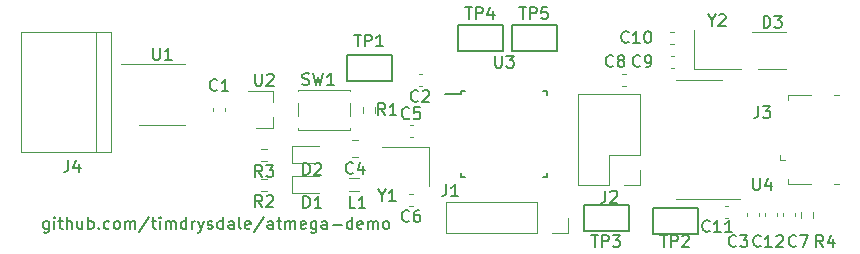
<source format=gto>
G04 #@! TF.GenerationSoftware,KiCad,Pcbnew,5.1.12-84ad8e8a86~92~ubuntu20.04.1*
G04 #@! TF.CreationDate,2021-11-23T01:14:47+00:00*
G04 #@! TF.ProjectId,atmega-demo,61746d65-6761-42d6-9465-6d6f2e6b6963,rev?*
G04 #@! TF.SameCoordinates,Original*
G04 #@! TF.FileFunction,Legend,Top*
G04 #@! TF.FilePolarity,Positive*
%FSLAX46Y46*%
G04 Gerber Fmt 4.6, Leading zero omitted, Abs format (unit mm)*
G04 Created by KiCad (PCBNEW 5.1.12-84ad8e8a86~92~ubuntu20.04.1) date 2021-11-23 01:14:47*
%MOMM*%
%LPD*%
G01*
G04 APERTURE LIST*
%ADD10C,0.150000*%
%ADD11C,0.120000*%
%ADD12C,3.000000*%
%ADD13R,3.000000X3.000000*%
%ADD14R,0.900000X0.800000*%
%ADD15O,1.700000X1.700000*%
%ADD16R,1.700000X1.700000*%
%ADD17R,1.400000X1.200000*%
%ADD18R,3.400000X1.800000*%
%ADD19O,1.550000X0.890000*%
%ADD20R,1.550000X1.200000*%
%ADD21R,1.550000X1.500000*%
%ADD22O,0.950000X1.250000*%
%ADD23R,1.350000X0.400000*%
%ADD24R,1.400000X1.000000*%
%ADD25R,0.550000X1.600000*%
%ADD26R,1.600000X0.550000*%
%ADD27R,1.050000X0.650000*%
G04 APERTURE END LIST*
D10*
X146337523Y-88431714D02*
X146337523Y-89241238D01*
X146289904Y-89336476D01*
X146242285Y-89384095D01*
X146147047Y-89431714D01*
X146004190Y-89431714D01*
X145908952Y-89384095D01*
X146337523Y-89050761D02*
X146242285Y-89098380D01*
X146051809Y-89098380D01*
X145956571Y-89050761D01*
X145908952Y-89003142D01*
X145861333Y-88907904D01*
X145861333Y-88622190D01*
X145908952Y-88526952D01*
X145956571Y-88479333D01*
X146051809Y-88431714D01*
X146242285Y-88431714D01*
X146337523Y-88479333D01*
X146813714Y-89098380D02*
X146813714Y-88431714D01*
X146813714Y-88098380D02*
X146766095Y-88146000D01*
X146813714Y-88193619D01*
X146861333Y-88146000D01*
X146813714Y-88098380D01*
X146813714Y-88193619D01*
X147147047Y-88431714D02*
X147528000Y-88431714D01*
X147289904Y-88098380D02*
X147289904Y-88955523D01*
X147337523Y-89050761D01*
X147432761Y-89098380D01*
X147528000Y-89098380D01*
X147861333Y-89098380D02*
X147861333Y-88098380D01*
X148289904Y-89098380D02*
X148289904Y-88574571D01*
X148242285Y-88479333D01*
X148147047Y-88431714D01*
X148004190Y-88431714D01*
X147908952Y-88479333D01*
X147861333Y-88526952D01*
X149194666Y-88431714D02*
X149194666Y-89098380D01*
X148766095Y-88431714D02*
X148766095Y-88955523D01*
X148813714Y-89050761D01*
X148908952Y-89098380D01*
X149051809Y-89098380D01*
X149147047Y-89050761D01*
X149194666Y-89003142D01*
X149670857Y-89098380D02*
X149670857Y-88098380D01*
X149670857Y-88479333D02*
X149766095Y-88431714D01*
X149956571Y-88431714D01*
X150051809Y-88479333D01*
X150099428Y-88526952D01*
X150147047Y-88622190D01*
X150147047Y-88907904D01*
X150099428Y-89003142D01*
X150051809Y-89050761D01*
X149956571Y-89098380D01*
X149766095Y-89098380D01*
X149670857Y-89050761D01*
X150575619Y-89003142D02*
X150623238Y-89050761D01*
X150575619Y-89098380D01*
X150528000Y-89050761D01*
X150575619Y-89003142D01*
X150575619Y-89098380D01*
X151480380Y-89050761D02*
X151385142Y-89098380D01*
X151194666Y-89098380D01*
X151099428Y-89050761D01*
X151051809Y-89003142D01*
X151004190Y-88907904D01*
X151004190Y-88622190D01*
X151051809Y-88526952D01*
X151099428Y-88479333D01*
X151194666Y-88431714D01*
X151385142Y-88431714D01*
X151480380Y-88479333D01*
X152051809Y-89098380D02*
X151956571Y-89050761D01*
X151908952Y-89003142D01*
X151861333Y-88907904D01*
X151861333Y-88622190D01*
X151908952Y-88526952D01*
X151956571Y-88479333D01*
X152051809Y-88431714D01*
X152194666Y-88431714D01*
X152289904Y-88479333D01*
X152337523Y-88526952D01*
X152385142Y-88622190D01*
X152385142Y-88907904D01*
X152337523Y-89003142D01*
X152289904Y-89050761D01*
X152194666Y-89098380D01*
X152051809Y-89098380D01*
X152813714Y-89098380D02*
X152813714Y-88431714D01*
X152813714Y-88526952D02*
X152861333Y-88479333D01*
X152956571Y-88431714D01*
X153099428Y-88431714D01*
X153194666Y-88479333D01*
X153242285Y-88574571D01*
X153242285Y-89098380D01*
X153242285Y-88574571D02*
X153289904Y-88479333D01*
X153385142Y-88431714D01*
X153528000Y-88431714D01*
X153623238Y-88479333D01*
X153670857Y-88574571D01*
X153670857Y-89098380D01*
X154861333Y-88050761D02*
X154004190Y-89336476D01*
X155051809Y-88431714D02*
X155432761Y-88431714D01*
X155194666Y-88098380D02*
X155194666Y-88955523D01*
X155242285Y-89050761D01*
X155337523Y-89098380D01*
X155432761Y-89098380D01*
X155766095Y-89098380D02*
X155766095Y-88431714D01*
X155766095Y-88098380D02*
X155718476Y-88146000D01*
X155766095Y-88193619D01*
X155813714Y-88146000D01*
X155766095Y-88098380D01*
X155766095Y-88193619D01*
X156242285Y-89098380D02*
X156242285Y-88431714D01*
X156242285Y-88526952D02*
X156289904Y-88479333D01*
X156385142Y-88431714D01*
X156528000Y-88431714D01*
X156623238Y-88479333D01*
X156670857Y-88574571D01*
X156670857Y-89098380D01*
X156670857Y-88574571D02*
X156718476Y-88479333D01*
X156813714Y-88431714D01*
X156956571Y-88431714D01*
X157051809Y-88479333D01*
X157099428Y-88574571D01*
X157099428Y-89098380D01*
X158004190Y-89098380D02*
X158004190Y-88098380D01*
X158004190Y-89050761D02*
X157908952Y-89098380D01*
X157718476Y-89098380D01*
X157623238Y-89050761D01*
X157575619Y-89003142D01*
X157528000Y-88907904D01*
X157528000Y-88622190D01*
X157575619Y-88526952D01*
X157623238Y-88479333D01*
X157718476Y-88431714D01*
X157908952Y-88431714D01*
X158004190Y-88479333D01*
X158480380Y-89098380D02*
X158480380Y-88431714D01*
X158480380Y-88622190D02*
X158528000Y-88526952D01*
X158575619Y-88479333D01*
X158670857Y-88431714D01*
X158766095Y-88431714D01*
X159004190Y-88431714D02*
X159242285Y-89098380D01*
X159480380Y-88431714D02*
X159242285Y-89098380D01*
X159147047Y-89336476D01*
X159099428Y-89384095D01*
X159004190Y-89431714D01*
X159813714Y-89050761D02*
X159908952Y-89098380D01*
X160099428Y-89098380D01*
X160194666Y-89050761D01*
X160242285Y-88955523D01*
X160242285Y-88907904D01*
X160194666Y-88812666D01*
X160099428Y-88765047D01*
X159956571Y-88765047D01*
X159861333Y-88717428D01*
X159813714Y-88622190D01*
X159813714Y-88574571D01*
X159861333Y-88479333D01*
X159956571Y-88431714D01*
X160099428Y-88431714D01*
X160194666Y-88479333D01*
X161099428Y-89098380D02*
X161099428Y-88098380D01*
X161099428Y-89050761D02*
X161004190Y-89098380D01*
X160813714Y-89098380D01*
X160718476Y-89050761D01*
X160670857Y-89003142D01*
X160623238Y-88907904D01*
X160623238Y-88622190D01*
X160670857Y-88526952D01*
X160718476Y-88479333D01*
X160813714Y-88431714D01*
X161004190Y-88431714D01*
X161099428Y-88479333D01*
X162004190Y-89098380D02*
X162004190Y-88574571D01*
X161956571Y-88479333D01*
X161861333Y-88431714D01*
X161670857Y-88431714D01*
X161575619Y-88479333D01*
X162004190Y-89050761D02*
X161908952Y-89098380D01*
X161670857Y-89098380D01*
X161575619Y-89050761D01*
X161528000Y-88955523D01*
X161528000Y-88860285D01*
X161575619Y-88765047D01*
X161670857Y-88717428D01*
X161908952Y-88717428D01*
X162004190Y-88669809D01*
X162623238Y-89098380D02*
X162528000Y-89050761D01*
X162480380Y-88955523D01*
X162480380Y-88098380D01*
X163385142Y-89050761D02*
X163289904Y-89098380D01*
X163099428Y-89098380D01*
X163004190Y-89050761D01*
X162956571Y-88955523D01*
X162956571Y-88574571D01*
X163004190Y-88479333D01*
X163099428Y-88431714D01*
X163289904Y-88431714D01*
X163385142Y-88479333D01*
X163432761Y-88574571D01*
X163432761Y-88669809D01*
X162956571Y-88765047D01*
X164575619Y-88050761D02*
X163718476Y-89336476D01*
X165337523Y-89098380D02*
X165337523Y-88574571D01*
X165289904Y-88479333D01*
X165194666Y-88431714D01*
X165004190Y-88431714D01*
X164908952Y-88479333D01*
X165337523Y-89050761D02*
X165242285Y-89098380D01*
X165004190Y-89098380D01*
X164908952Y-89050761D01*
X164861333Y-88955523D01*
X164861333Y-88860285D01*
X164908952Y-88765047D01*
X165004190Y-88717428D01*
X165242285Y-88717428D01*
X165337523Y-88669809D01*
X165670857Y-88431714D02*
X166051809Y-88431714D01*
X165813714Y-88098380D02*
X165813714Y-88955523D01*
X165861333Y-89050761D01*
X165956571Y-89098380D01*
X166051809Y-89098380D01*
X166385142Y-89098380D02*
X166385142Y-88431714D01*
X166385142Y-88526952D02*
X166432761Y-88479333D01*
X166528000Y-88431714D01*
X166670857Y-88431714D01*
X166766095Y-88479333D01*
X166813714Y-88574571D01*
X166813714Y-89098380D01*
X166813714Y-88574571D02*
X166861333Y-88479333D01*
X166956571Y-88431714D01*
X167099428Y-88431714D01*
X167194666Y-88479333D01*
X167242285Y-88574571D01*
X167242285Y-89098380D01*
X168099428Y-89050761D02*
X168004190Y-89098380D01*
X167813714Y-89098380D01*
X167718476Y-89050761D01*
X167670857Y-88955523D01*
X167670857Y-88574571D01*
X167718476Y-88479333D01*
X167813714Y-88431714D01*
X168004190Y-88431714D01*
X168099428Y-88479333D01*
X168147047Y-88574571D01*
X168147047Y-88669809D01*
X167670857Y-88765047D01*
X169004190Y-88431714D02*
X169004190Y-89241238D01*
X168956571Y-89336476D01*
X168908952Y-89384095D01*
X168813714Y-89431714D01*
X168670857Y-89431714D01*
X168575619Y-89384095D01*
X169004190Y-89050761D02*
X168908952Y-89098380D01*
X168718476Y-89098380D01*
X168623238Y-89050761D01*
X168575619Y-89003142D01*
X168528000Y-88907904D01*
X168528000Y-88622190D01*
X168575619Y-88526952D01*
X168623238Y-88479333D01*
X168718476Y-88431714D01*
X168908952Y-88431714D01*
X169004190Y-88479333D01*
X169908952Y-89098380D02*
X169908952Y-88574571D01*
X169861333Y-88479333D01*
X169766095Y-88431714D01*
X169575619Y-88431714D01*
X169480380Y-88479333D01*
X169908952Y-89050761D02*
X169813714Y-89098380D01*
X169575619Y-89098380D01*
X169480380Y-89050761D01*
X169432761Y-88955523D01*
X169432761Y-88860285D01*
X169480380Y-88765047D01*
X169575619Y-88717428D01*
X169813714Y-88717428D01*
X169908952Y-88669809D01*
X170385142Y-88717428D02*
X171147047Y-88717428D01*
X172051809Y-89098380D02*
X172051809Y-88098380D01*
X172051809Y-89050761D02*
X171956571Y-89098380D01*
X171766095Y-89098380D01*
X171670857Y-89050761D01*
X171623238Y-89003142D01*
X171575619Y-88907904D01*
X171575619Y-88622190D01*
X171623238Y-88526952D01*
X171670857Y-88479333D01*
X171766095Y-88431714D01*
X171956571Y-88431714D01*
X172051809Y-88479333D01*
X172908952Y-89050761D02*
X172813714Y-89098380D01*
X172623238Y-89098380D01*
X172528000Y-89050761D01*
X172480380Y-88955523D01*
X172480380Y-88574571D01*
X172528000Y-88479333D01*
X172623238Y-88431714D01*
X172813714Y-88431714D01*
X172908952Y-88479333D01*
X172956571Y-88574571D01*
X172956571Y-88669809D01*
X172480380Y-88765047D01*
X173385142Y-89098380D02*
X173385142Y-88431714D01*
X173385142Y-88526952D02*
X173432761Y-88479333D01*
X173528000Y-88431714D01*
X173670857Y-88431714D01*
X173766095Y-88479333D01*
X173813714Y-88574571D01*
X173813714Y-89098380D01*
X173813714Y-88574571D02*
X173861333Y-88479333D01*
X173956571Y-88431714D01*
X174099428Y-88431714D01*
X174194666Y-88479333D01*
X174242285Y-88574571D01*
X174242285Y-89098380D01*
X174861333Y-89098380D02*
X174766095Y-89050761D01*
X174718476Y-89003142D01*
X174670857Y-88907904D01*
X174670857Y-88622190D01*
X174718476Y-88526952D01*
X174766095Y-88479333D01*
X174861333Y-88431714D01*
X175004190Y-88431714D01*
X175099428Y-88479333D01*
X175147047Y-88526952D01*
X175194666Y-88622190D01*
X175194666Y-88907904D01*
X175147047Y-89003142D01*
X175099428Y-89050761D01*
X175004190Y-89098380D01*
X174861333Y-89098380D01*
D11*
G04 #@! TO.C,C5*
X176897420Y-80262000D02*
X177178580Y-80262000D01*
X176897420Y-81282000D02*
X177178580Y-81282000D01*
G04 #@! TO.C,J4*
X150368000Y-72390000D02*
X150368000Y-82550000D01*
X151638000Y-72390000D02*
X144018000Y-72390000D01*
X144018000Y-72390000D02*
X144018000Y-82550000D01*
X144018000Y-82550000D02*
X151638000Y-82550000D01*
X151638000Y-82550000D02*
X151638000Y-72390000D01*
G04 #@! TO.C,U2*
X165352000Y-80574000D02*
X165352000Y-79644000D01*
X165352000Y-77414000D02*
X165352000Y-78344000D01*
X165352000Y-77414000D02*
X163192000Y-77414000D01*
X165352000Y-80574000D02*
X163892000Y-80574000D01*
G04 #@! TO.C,R3*
X164829258Y-83326500D02*
X164354742Y-83326500D01*
X164829258Y-82281500D02*
X164354742Y-82281500D01*
G04 #@! TO.C,R2*
X164829258Y-85866500D02*
X164354742Y-85866500D01*
X164829258Y-84821500D02*
X164354742Y-84821500D01*
G04 #@! TO.C,J1*
X187706000Y-86808000D02*
X187706000Y-89468000D01*
X187706000Y-86808000D02*
X180026000Y-86808000D01*
X180026000Y-86808000D02*
X180026000Y-89468000D01*
X187706000Y-89468000D02*
X180026000Y-89468000D01*
X190306000Y-89468000D02*
X188976000Y-89468000D01*
X190306000Y-88138000D02*
X190306000Y-89468000D01*
G04 #@! TO.C,D2*
X169202000Y-82069000D02*
X166917000Y-82069000D01*
X166917000Y-82069000D02*
X166917000Y-83539000D01*
X166917000Y-83539000D02*
X169202000Y-83539000D01*
G04 #@! TO.C,D1*
X169202000Y-84609000D02*
X166917000Y-84609000D01*
X166917000Y-84609000D02*
X166917000Y-86079000D01*
X166917000Y-86079000D02*
X169202000Y-86079000D01*
G04 #@! TO.C,Y2*
X200946000Y-72264000D02*
X200946000Y-75564000D01*
X200946000Y-75564000D02*
X204946000Y-75564000D01*
G04 #@! TO.C,Y1*
X178530000Y-85470000D02*
X178530000Y-82170000D01*
X178530000Y-82170000D02*
X174530000Y-82170000D01*
G04 #@! TO.C,U1*
X155956000Y-80284000D02*
X157906000Y-80284000D01*
X155956000Y-80284000D02*
X154006000Y-80284000D01*
X155956000Y-75164000D02*
X157906000Y-75164000D01*
X155956000Y-75164000D02*
X152506000Y-75164000D01*
D10*
G04 #@! TO.C,TP2*
X197490000Y-87292000D02*
X201290000Y-87292000D01*
X201290000Y-87292000D02*
X201290000Y-89492000D01*
X201290000Y-89492000D02*
X197490000Y-89492000D01*
X197490000Y-89492000D02*
X197490000Y-87292000D01*
G04 #@! TO.C,TP3*
X191648000Y-87038000D02*
X195448000Y-87038000D01*
X195448000Y-87038000D02*
X195448000Y-89238000D01*
X195448000Y-89238000D02*
X191648000Y-89238000D01*
X191648000Y-89238000D02*
X191648000Y-87038000D01*
G04 #@! TO.C,TP1*
X171582000Y-74338000D02*
X175382000Y-74338000D01*
X175382000Y-74338000D02*
X175382000Y-76538000D01*
X175382000Y-76538000D02*
X171582000Y-76538000D01*
X171582000Y-76538000D02*
X171582000Y-74338000D01*
G04 #@! TO.C,TP5*
X185552000Y-71798000D02*
X189352000Y-71798000D01*
X189352000Y-71798000D02*
X189352000Y-73998000D01*
X189352000Y-73998000D02*
X185552000Y-73998000D01*
X185552000Y-73998000D02*
X185552000Y-71798000D01*
G04 #@! TO.C,TP4*
X180980000Y-71798000D02*
X184780000Y-71798000D01*
X184780000Y-71798000D02*
X184780000Y-73998000D01*
X184780000Y-73998000D02*
X180980000Y-73998000D01*
X180980000Y-73998000D02*
X180980000Y-71798000D01*
D11*
G04 #@! TO.C,R4*
X210043500Y-88121258D02*
X210043500Y-87646742D01*
X211088500Y-88121258D02*
X211088500Y-87646742D01*
G04 #@! TO.C,J3*
X208676000Y-83294000D02*
X208226000Y-83294000D01*
X208226000Y-82844000D02*
X208226000Y-83294000D01*
X208906000Y-85294000D02*
X208906000Y-84874000D01*
X210886000Y-85294000D02*
X208906000Y-85294000D01*
X213256000Y-85294000D02*
X212856000Y-85294000D01*
X212856000Y-77774000D02*
X213256000Y-77774000D01*
X208906000Y-77774000D02*
X208906000Y-78194000D01*
X210886000Y-77774000D02*
X208906000Y-77774000D01*
G04 #@! TO.C,D3*
X206402000Y-75530000D02*
X208802000Y-75530000D01*
X208802000Y-72430000D02*
X205852000Y-72430000D01*
G04 #@! TO.C,C1*
X160272000Y-79134580D02*
X160272000Y-78853420D01*
X161292000Y-79134580D02*
X161292000Y-78853420D01*
G04 #@! TO.C,C2*
X177940580Y-76964000D02*
X177659420Y-76964000D01*
X177940580Y-75944000D02*
X177659420Y-75944000D01*
G04 #@! TO.C,C7*
X208532000Y-88024580D02*
X208532000Y-87743420D01*
X209552000Y-88024580D02*
X209552000Y-87743420D01*
G04 #@! TO.C,C8*
X195199580Y-76964000D02*
X194918420Y-76964000D01*
X195199580Y-75944000D02*
X194918420Y-75944000D01*
G04 #@! TO.C,C3*
X206504000Y-87743420D02*
X206504000Y-88024580D01*
X205484000Y-87743420D02*
X205484000Y-88024580D01*
G04 #@! TO.C,C11*
X203567420Y-87120000D02*
X203848580Y-87120000D01*
X203567420Y-88140000D02*
X203848580Y-88140000D01*
G04 #@! TO.C,C12*
X208028000Y-87743420D02*
X208028000Y-88024580D01*
X207008000Y-87743420D02*
X207008000Y-88024580D01*
G04 #@! TO.C,C10*
X199263580Y-73408000D02*
X198982420Y-73408000D01*
X199263580Y-72388000D02*
X198982420Y-72388000D01*
G04 #@! TO.C,R1*
X172959500Y-79231258D02*
X172959500Y-78756742D01*
X174004500Y-79231258D02*
X174004500Y-78756742D01*
G04 #@! TO.C,C9*
X199276580Y-75440000D02*
X198995420Y-75440000D01*
X199276580Y-74420000D02*
X198995420Y-74420000D01*
G04 #@! TO.C,C6*
X177165580Y-87124000D02*
X176884420Y-87124000D01*
X177165580Y-86104000D02*
X176884420Y-86104000D01*
G04 #@! TO.C,U4*
X201422000Y-76474000D02*
X199472000Y-76474000D01*
X201422000Y-76474000D02*
X203372000Y-76474000D01*
X201422000Y-86594000D02*
X199472000Y-86594000D01*
X201422000Y-86594000D02*
X204872000Y-86594000D01*
G04 #@! TO.C,J2*
X196402000Y-77664000D02*
X191202000Y-77664000D01*
X196402000Y-82804000D02*
X196402000Y-77664000D01*
X191202000Y-85404000D02*
X191202000Y-77664000D01*
X196402000Y-82804000D02*
X193802000Y-82804000D01*
X193802000Y-82804000D02*
X193802000Y-85404000D01*
X193802000Y-85404000D02*
X191202000Y-85404000D01*
X196402000Y-84074000D02*
X196402000Y-85404000D01*
X196402000Y-85404000D02*
X195072000Y-85404000D01*
D10*
G04 #@! TO.C,U3*
X181287000Y-77401000D02*
X181287000Y-77626000D01*
X188537000Y-77401000D02*
X188537000Y-77726000D01*
X188537000Y-84651000D02*
X188537000Y-84326000D01*
X181287000Y-84651000D02*
X181287000Y-84326000D01*
X181287000Y-77401000D02*
X181612000Y-77401000D01*
X181287000Y-84651000D02*
X181612000Y-84651000D01*
X188537000Y-84651000D02*
X188212000Y-84651000D01*
X188537000Y-77401000D02*
X188212000Y-77401000D01*
X181287000Y-77626000D02*
X179862000Y-77626000D01*
D11*
G04 #@! TO.C,SW1*
X167472000Y-80574000D02*
X167472000Y-80694000D01*
X167472000Y-78424000D02*
X167472000Y-79564000D01*
X167472000Y-77294000D02*
X167472000Y-77414000D01*
X171872000Y-77294000D02*
X167472000Y-77294000D01*
X171872000Y-77414000D02*
X171872000Y-77294000D01*
X171872000Y-79564000D02*
X171872000Y-78424000D01*
X171872000Y-80694000D02*
X171872000Y-80574000D01*
X167472000Y-80694000D02*
X171872000Y-80694000D01*
G04 #@! TO.C,L1*
X171812378Y-84784000D02*
X172611622Y-84784000D01*
X171812378Y-85904000D02*
X172611622Y-85904000D01*
G04 #@! TO.C,C4*
X172539252Y-83031000D02*
X172016748Y-83031000D01*
X172539252Y-81561000D02*
X172016748Y-81561000D01*
G04 #@! TO.C,C5*
D10*
X176871333Y-79699142D02*
X176823714Y-79746761D01*
X176680857Y-79794380D01*
X176585619Y-79794380D01*
X176442761Y-79746761D01*
X176347523Y-79651523D01*
X176299904Y-79556285D01*
X176252285Y-79365809D01*
X176252285Y-79222952D01*
X176299904Y-79032476D01*
X176347523Y-78937238D01*
X176442761Y-78842000D01*
X176585619Y-78794380D01*
X176680857Y-78794380D01*
X176823714Y-78842000D01*
X176871333Y-78889619D01*
X177776095Y-78794380D02*
X177299904Y-78794380D01*
X177252285Y-79270571D01*
X177299904Y-79222952D01*
X177395142Y-79175333D01*
X177633238Y-79175333D01*
X177728476Y-79222952D01*
X177776095Y-79270571D01*
X177823714Y-79365809D01*
X177823714Y-79603904D01*
X177776095Y-79699142D01*
X177728476Y-79746761D01*
X177633238Y-79794380D01*
X177395142Y-79794380D01*
X177299904Y-79746761D01*
X177252285Y-79699142D01*
G04 #@! TO.C,J4*
X148002666Y-83272380D02*
X148002666Y-83986666D01*
X147955047Y-84129523D01*
X147859809Y-84224761D01*
X147716952Y-84272380D01*
X147621714Y-84272380D01*
X148907428Y-83605714D02*
X148907428Y-84272380D01*
X148669333Y-83224761D02*
X148431238Y-83939047D01*
X149050285Y-83939047D01*
G04 #@! TO.C,U2*
X163830095Y-75946380D02*
X163830095Y-76755904D01*
X163877714Y-76851142D01*
X163925333Y-76898761D01*
X164020571Y-76946380D01*
X164211047Y-76946380D01*
X164306285Y-76898761D01*
X164353904Y-76851142D01*
X164401523Y-76755904D01*
X164401523Y-75946380D01*
X164830095Y-76041619D02*
X164877714Y-75994000D01*
X164972952Y-75946380D01*
X165211047Y-75946380D01*
X165306285Y-75994000D01*
X165353904Y-76041619D01*
X165401523Y-76136857D01*
X165401523Y-76232095D01*
X165353904Y-76374952D01*
X164782476Y-76946380D01*
X165401523Y-76946380D01*
G04 #@! TO.C,R3*
X164425333Y-84686380D02*
X164092000Y-84210190D01*
X163853904Y-84686380D02*
X163853904Y-83686380D01*
X164234857Y-83686380D01*
X164330095Y-83734000D01*
X164377714Y-83781619D01*
X164425333Y-83876857D01*
X164425333Y-84019714D01*
X164377714Y-84114952D01*
X164330095Y-84162571D01*
X164234857Y-84210190D01*
X163853904Y-84210190D01*
X164758666Y-83686380D02*
X165377714Y-83686380D01*
X165044380Y-84067333D01*
X165187238Y-84067333D01*
X165282476Y-84114952D01*
X165330095Y-84162571D01*
X165377714Y-84257809D01*
X165377714Y-84495904D01*
X165330095Y-84591142D01*
X165282476Y-84638761D01*
X165187238Y-84686380D01*
X164901523Y-84686380D01*
X164806285Y-84638761D01*
X164758666Y-84591142D01*
G04 #@! TO.C,R2*
X164425333Y-87226380D02*
X164092000Y-86750190D01*
X163853904Y-87226380D02*
X163853904Y-86226380D01*
X164234857Y-86226380D01*
X164330095Y-86274000D01*
X164377714Y-86321619D01*
X164425333Y-86416857D01*
X164425333Y-86559714D01*
X164377714Y-86654952D01*
X164330095Y-86702571D01*
X164234857Y-86750190D01*
X163853904Y-86750190D01*
X164806285Y-86321619D02*
X164853904Y-86274000D01*
X164949142Y-86226380D01*
X165187238Y-86226380D01*
X165282476Y-86274000D01*
X165330095Y-86321619D01*
X165377714Y-86416857D01*
X165377714Y-86512095D01*
X165330095Y-86654952D01*
X164758666Y-87226380D01*
X165377714Y-87226380D01*
G04 #@! TO.C,J1*
X180006666Y-85304380D02*
X180006666Y-86018666D01*
X179959047Y-86161523D01*
X179863809Y-86256761D01*
X179720952Y-86304380D01*
X179625714Y-86304380D01*
X181006666Y-86304380D02*
X180435238Y-86304380D01*
X180720952Y-86304380D02*
X180720952Y-85304380D01*
X180625714Y-85447238D01*
X180530476Y-85542476D01*
X180435238Y-85590095D01*
G04 #@! TO.C,D2*
X167917904Y-84526380D02*
X167917904Y-83526380D01*
X168156000Y-83526380D01*
X168298857Y-83574000D01*
X168394095Y-83669238D01*
X168441714Y-83764476D01*
X168489333Y-83954952D01*
X168489333Y-84097809D01*
X168441714Y-84288285D01*
X168394095Y-84383523D01*
X168298857Y-84478761D01*
X168156000Y-84526380D01*
X167917904Y-84526380D01*
X168870285Y-83621619D02*
X168917904Y-83574000D01*
X169013142Y-83526380D01*
X169251238Y-83526380D01*
X169346476Y-83574000D01*
X169394095Y-83621619D01*
X169441714Y-83716857D01*
X169441714Y-83812095D01*
X169394095Y-83954952D01*
X168822666Y-84526380D01*
X169441714Y-84526380D01*
G04 #@! TO.C,D1*
X167917904Y-87320380D02*
X167917904Y-86320380D01*
X168156000Y-86320380D01*
X168298857Y-86368000D01*
X168394095Y-86463238D01*
X168441714Y-86558476D01*
X168489333Y-86748952D01*
X168489333Y-86891809D01*
X168441714Y-87082285D01*
X168394095Y-87177523D01*
X168298857Y-87272761D01*
X168156000Y-87320380D01*
X167917904Y-87320380D01*
X169441714Y-87320380D02*
X168870285Y-87320380D01*
X169156000Y-87320380D02*
X169156000Y-86320380D01*
X169060761Y-86463238D01*
X168965523Y-86558476D01*
X168870285Y-86606095D01*
G04 #@! TO.C,Y2*
X202469809Y-71440190D02*
X202469809Y-71916380D01*
X202136476Y-70916380D02*
X202469809Y-71440190D01*
X202803142Y-70916380D01*
X203088857Y-71011619D02*
X203136476Y-70964000D01*
X203231714Y-70916380D01*
X203469809Y-70916380D01*
X203565047Y-70964000D01*
X203612666Y-71011619D01*
X203660285Y-71106857D01*
X203660285Y-71202095D01*
X203612666Y-71344952D01*
X203041238Y-71916380D01*
X203660285Y-71916380D01*
G04 #@! TO.C,Y1*
X174529809Y-86246190D02*
X174529809Y-86722380D01*
X174196476Y-85722380D02*
X174529809Y-86246190D01*
X174863142Y-85722380D01*
X175720285Y-86722380D02*
X175148857Y-86722380D01*
X175434571Y-86722380D02*
X175434571Y-85722380D01*
X175339333Y-85865238D01*
X175244095Y-85960476D01*
X175148857Y-86008095D01*
G04 #@! TO.C,U1*
X155194095Y-73776380D02*
X155194095Y-74585904D01*
X155241714Y-74681142D01*
X155289333Y-74728761D01*
X155384571Y-74776380D01*
X155575047Y-74776380D01*
X155670285Y-74728761D01*
X155717904Y-74681142D01*
X155765523Y-74585904D01*
X155765523Y-73776380D01*
X156765523Y-74776380D02*
X156194095Y-74776380D01*
X156479809Y-74776380D02*
X156479809Y-73776380D01*
X156384571Y-73919238D01*
X156289333Y-74014476D01*
X156194095Y-74062095D01*
G04 #@! TO.C,TP2*
X198128095Y-89622380D02*
X198699523Y-89622380D01*
X198413809Y-90622380D02*
X198413809Y-89622380D01*
X199032857Y-90622380D02*
X199032857Y-89622380D01*
X199413809Y-89622380D01*
X199509047Y-89670000D01*
X199556666Y-89717619D01*
X199604285Y-89812857D01*
X199604285Y-89955714D01*
X199556666Y-90050952D01*
X199509047Y-90098571D01*
X199413809Y-90146190D01*
X199032857Y-90146190D01*
X199985238Y-89717619D02*
X200032857Y-89670000D01*
X200128095Y-89622380D01*
X200366190Y-89622380D01*
X200461428Y-89670000D01*
X200509047Y-89717619D01*
X200556666Y-89812857D01*
X200556666Y-89908095D01*
X200509047Y-90050952D01*
X199937619Y-90622380D01*
X200556666Y-90622380D01*
G04 #@! TO.C,TP3*
X192286095Y-89622380D02*
X192857523Y-89622380D01*
X192571809Y-90622380D02*
X192571809Y-89622380D01*
X193190857Y-90622380D02*
X193190857Y-89622380D01*
X193571809Y-89622380D01*
X193667047Y-89670000D01*
X193714666Y-89717619D01*
X193762285Y-89812857D01*
X193762285Y-89955714D01*
X193714666Y-90050952D01*
X193667047Y-90098571D01*
X193571809Y-90146190D01*
X193190857Y-90146190D01*
X194095619Y-89622380D02*
X194714666Y-89622380D01*
X194381333Y-90003333D01*
X194524190Y-90003333D01*
X194619428Y-90050952D01*
X194667047Y-90098571D01*
X194714666Y-90193809D01*
X194714666Y-90431904D01*
X194667047Y-90527142D01*
X194619428Y-90574761D01*
X194524190Y-90622380D01*
X194238476Y-90622380D01*
X194143238Y-90574761D01*
X194095619Y-90527142D01*
G04 #@! TO.C,TP1*
X172220095Y-72640380D02*
X172791523Y-72640380D01*
X172505809Y-73640380D02*
X172505809Y-72640380D01*
X173124857Y-73640380D02*
X173124857Y-72640380D01*
X173505809Y-72640380D01*
X173601047Y-72688000D01*
X173648666Y-72735619D01*
X173696285Y-72830857D01*
X173696285Y-72973714D01*
X173648666Y-73068952D01*
X173601047Y-73116571D01*
X173505809Y-73164190D01*
X173124857Y-73164190D01*
X174648666Y-73640380D02*
X174077238Y-73640380D01*
X174362952Y-73640380D02*
X174362952Y-72640380D01*
X174267714Y-72783238D01*
X174172476Y-72878476D01*
X174077238Y-72926095D01*
G04 #@! TO.C,TP5*
X186190095Y-70318380D02*
X186761523Y-70318380D01*
X186475809Y-71318380D02*
X186475809Y-70318380D01*
X187094857Y-71318380D02*
X187094857Y-70318380D01*
X187475809Y-70318380D01*
X187571047Y-70366000D01*
X187618666Y-70413619D01*
X187666285Y-70508857D01*
X187666285Y-70651714D01*
X187618666Y-70746952D01*
X187571047Y-70794571D01*
X187475809Y-70842190D01*
X187094857Y-70842190D01*
X188571047Y-70318380D02*
X188094857Y-70318380D01*
X188047238Y-70794571D01*
X188094857Y-70746952D01*
X188190095Y-70699333D01*
X188428190Y-70699333D01*
X188523428Y-70746952D01*
X188571047Y-70794571D01*
X188618666Y-70889809D01*
X188618666Y-71127904D01*
X188571047Y-71223142D01*
X188523428Y-71270761D01*
X188428190Y-71318380D01*
X188190095Y-71318380D01*
X188094857Y-71270761D01*
X188047238Y-71223142D01*
G04 #@! TO.C,TP4*
X181618095Y-70318380D02*
X182189523Y-70318380D01*
X181903809Y-71318380D02*
X181903809Y-70318380D01*
X182522857Y-71318380D02*
X182522857Y-70318380D01*
X182903809Y-70318380D01*
X182999047Y-70366000D01*
X183046666Y-70413619D01*
X183094285Y-70508857D01*
X183094285Y-70651714D01*
X183046666Y-70746952D01*
X182999047Y-70794571D01*
X182903809Y-70842190D01*
X182522857Y-70842190D01*
X183951428Y-70651714D02*
X183951428Y-71318380D01*
X183713333Y-70270761D02*
X183475238Y-70985047D01*
X184094285Y-70985047D01*
G04 #@! TO.C,R4*
X211923333Y-90622380D02*
X211590000Y-90146190D01*
X211351904Y-90622380D02*
X211351904Y-89622380D01*
X211732857Y-89622380D01*
X211828095Y-89670000D01*
X211875714Y-89717619D01*
X211923333Y-89812857D01*
X211923333Y-89955714D01*
X211875714Y-90050952D01*
X211828095Y-90098571D01*
X211732857Y-90146190D01*
X211351904Y-90146190D01*
X212780476Y-89955714D02*
X212780476Y-90622380D01*
X212542380Y-89574761D02*
X212304285Y-90289047D01*
X212923333Y-90289047D01*
G04 #@! TO.C,J3*
X206422666Y-78700380D02*
X206422666Y-79414666D01*
X206375047Y-79557523D01*
X206279809Y-79652761D01*
X206136952Y-79700380D01*
X206041714Y-79700380D01*
X206803619Y-78700380D02*
X207422666Y-78700380D01*
X207089333Y-79081333D01*
X207232190Y-79081333D01*
X207327428Y-79128952D01*
X207375047Y-79176571D01*
X207422666Y-79271809D01*
X207422666Y-79509904D01*
X207375047Y-79605142D01*
X207327428Y-79652761D01*
X207232190Y-79700380D01*
X206946476Y-79700380D01*
X206851238Y-79652761D01*
X206803619Y-79605142D01*
G04 #@! TO.C,D3*
X206883904Y-72052380D02*
X206883904Y-71052380D01*
X207122000Y-71052380D01*
X207264857Y-71100000D01*
X207360095Y-71195238D01*
X207407714Y-71290476D01*
X207455333Y-71480952D01*
X207455333Y-71623809D01*
X207407714Y-71814285D01*
X207360095Y-71909523D01*
X207264857Y-72004761D01*
X207122000Y-72052380D01*
X206883904Y-72052380D01*
X207788666Y-71052380D02*
X208407714Y-71052380D01*
X208074380Y-71433333D01*
X208217238Y-71433333D01*
X208312476Y-71480952D01*
X208360095Y-71528571D01*
X208407714Y-71623809D01*
X208407714Y-71861904D01*
X208360095Y-71957142D01*
X208312476Y-72004761D01*
X208217238Y-72052380D01*
X207931523Y-72052380D01*
X207836285Y-72004761D01*
X207788666Y-71957142D01*
G04 #@! TO.C,C1*
X160615333Y-77319142D02*
X160567714Y-77366761D01*
X160424857Y-77414380D01*
X160329619Y-77414380D01*
X160186761Y-77366761D01*
X160091523Y-77271523D01*
X160043904Y-77176285D01*
X159996285Y-76985809D01*
X159996285Y-76842952D01*
X160043904Y-76652476D01*
X160091523Y-76557238D01*
X160186761Y-76462000D01*
X160329619Y-76414380D01*
X160424857Y-76414380D01*
X160567714Y-76462000D01*
X160615333Y-76509619D01*
X161567714Y-77414380D02*
X160996285Y-77414380D01*
X161282000Y-77414380D02*
X161282000Y-76414380D01*
X161186761Y-76557238D01*
X161091523Y-76652476D01*
X160996285Y-76700095D01*
G04 #@! TO.C,C2*
X177633333Y-78241142D02*
X177585714Y-78288761D01*
X177442857Y-78336380D01*
X177347619Y-78336380D01*
X177204761Y-78288761D01*
X177109523Y-78193523D01*
X177061904Y-78098285D01*
X177014285Y-77907809D01*
X177014285Y-77764952D01*
X177061904Y-77574476D01*
X177109523Y-77479238D01*
X177204761Y-77384000D01*
X177347619Y-77336380D01*
X177442857Y-77336380D01*
X177585714Y-77384000D01*
X177633333Y-77431619D01*
X178014285Y-77431619D02*
X178061904Y-77384000D01*
X178157142Y-77336380D01*
X178395238Y-77336380D01*
X178490476Y-77384000D01*
X178538095Y-77431619D01*
X178585714Y-77526857D01*
X178585714Y-77622095D01*
X178538095Y-77764952D01*
X177966666Y-78336380D01*
X178585714Y-78336380D01*
G04 #@! TO.C,C7*
X209637333Y-90527142D02*
X209589714Y-90574761D01*
X209446857Y-90622380D01*
X209351619Y-90622380D01*
X209208761Y-90574761D01*
X209113523Y-90479523D01*
X209065904Y-90384285D01*
X209018285Y-90193809D01*
X209018285Y-90050952D01*
X209065904Y-89860476D01*
X209113523Y-89765238D01*
X209208761Y-89670000D01*
X209351619Y-89622380D01*
X209446857Y-89622380D01*
X209589714Y-89670000D01*
X209637333Y-89717619D01*
X209970666Y-89622380D02*
X210637333Y-89622380D01*
X210208761Y-90622380D01*
G04 #@! TO.C,C8*
X194143333Y-75287142D02*
X194095714Y-75334761D01*
X193952857Y-75382380D01*
X193857619Y-75382380D01*
X193714761Y-75334761D01*
X193619523Y-75239523D01*
X193571904Y-75144285D01*
X193524285Y-74953809D01*
X193524285Y-74810952D01*
X193571904Y-74620476D01*
X193619523Y-74525238D01*
X193714761Y-74430000D01*
X193857619Y-74382380D01*
X193952857Y-74382380D01*
X194095714Y-74430000D01*
X194143333Y-74477619D01*
X194714761Y-74810952D02*
X194619523Y-74763333D01*
X194571904Y-74715714D01*
X194524285Y-74620476D01*
X194524285Y-74572857D01*
X194571904Y-74477619D01*
X194619523Y-74430000D01*
X194714761Y-74382380D01*
X194905238Y-74382380D01*
X195000476Y-74430000D01*
X195048095Y-74477619D01*
X195095714Y-74572857D01*
X195095714Y-74620476D01*
X195048095Y-74715714D01*
X195000476Y-74763333D01*
X194905238Y-74810952D01*
X194714761Y-74810952D01*
X194619523Y-74858571D01*
X194571904Y-74906190D01*
X194524285Y-75001428D01*
X194524285Y-75191904D01*
X194571904Y-75287142D01*
X194619523Y-75334761D01*
X194714761Y-75382380D01*
X194905238Y-75382380D01*
X195000476Y-75334761D01*
X195048095Y-75287142D01*
X195095714Y-75191904D01*
X195095714Y-75001428D01*
X195048095Y-74906190D01*
X195000476Y-74858571D01*
X194905238Y-74810952D01*
G04 #@! TO.C,C3*
X204557333Y-90527142D02*
X204509714Y-90574761D01*
X204366857Y-90622380D01*
X204271619Y-90622380D01*
X204128761Y-90574761D01*
X204033523Y-90479523D01*
X203985904Y-90384285D01*
X203938285Y-90193809D01*
X203938285Y-90050952D01*
X203985904Y-89860476D01*
X204033523Y-89765238D01*
X204128761Y-89670000D01*
X204271619Y-89622380D01*
X204366857Y-89622380D01*
X204509714Y-89670000D01*
X204557333Y-89717619D01*
X204890666Y-89622380D02*
X205509714Y-89622380D01*
X205176380Y-90003333D01*
X205319238Y-90003333D01*
X205414476Y-90050952D01*
X205462095Y-90098571D01*
X205509714Y-90193809D01*
X205509714Y-90431904D01*
X205462095Y-90527142D01*
X205414476Y-90574761D01*
X205319238Y-90622380D01*
X205033523Y-90622380D01*
X204938285Y-90574761D01*
X204890666Y-90527142D01*
G04 #@! TO.C,C11*
X202303142Y-89257142D02*
X202255523Y-89304761D01*
X202112666Y-89352380D01*
X202017428Y-89352380D01*
X201874571Y-89304761D01*
X201779333Y-89209523D01*
X201731714Y-89114285D01*
X201684095Y-88923809D01*
X201684095Y-88780952D01*
X201731714Y-88590476D01*
X201779333Y-88495238D01*
X201874571Y-88400000D01*
X202017428Y-88352380D01*
X202112666Y-88352380D01*
X202255523Y-88400000D01*
X202303142Y-88447619D01*
X203255523Y-89352380D02*
X202684095Y-89352380D01*
X202969809Y-89352380D02*
X202969809Y-88352380D01*
X202874571Y-88495238D01*
X202779333Y-88590476D01*
X202684095Y-88638095D01*
X204207904Y-89352380D02*
X203636476Y-89352380D01*
X203922190Y-89352380D02*
X203922190Y-88352380D01*
X203826952Y-88495238D01*
X203731714Y-88590476D01*
X203636476Y-88638095D01*
G04 #@! TO.C,C12*
X206621142Y-90527142D02*
X206573523Y-90574761D01*
X206430666Y-90622380D01*
X206335428Y-90622380D01*
X206192571Y-90574761D01*
X206097333Y-90479523D01*
X206049714Y-90384285D01*
X206002095Y-90193809D01*
X206002095Y-90050952D01*
X206049714Y-89860476D01*
X206097333Y-89765238D01*
X206192571Y-89670000D01*
X206335428Y-89622380D01*
X206430666Y-89622380D01*
X206573523Y-89670000D01*
X206621142Y-89717619D01*
X207573523Y-90622380D02*
X207002095Y-90622380D01*
X207287809Y-90622380D02*
X207287809Y-89622380D01*
X207192571Y-89765238D01*
X207097333Y-89860476D01*
X207002095Y-89908095D01*
X207954476Y-89717619D02*
X208002095Y-89670000D01*
X208097333Y-89622380D01*
X208335428Y-89622380D01*
X208430666Y-89670000D01*
X208478285Y-89717619D01*
X208525904Y-89812857D01*
X208525904Y-89908095D01*
X208478285Y-90050952D01*
X207906857Y-90622380D01*
X208525904Y-90622380D01*
G04 #@! TO.C,C10*
X195445142Y-73255142D02*
X195397523Y-73302761D01*
X195254666Y-73350380D01*
X195159428Y-73350380D01*
X195016571Y-73302761D01*
X194921333Y-73207523D01*
X194873714Y-73112285D01*
X194826095Y-72921809D01*
X194826095Y-72778952D01*
X194873714Y-72588476D01*
X194921333Y-72493238D01*
X195016571Y-72398000D01*
X195159428Y-72350380D01*
X195254666Y-72350380D01*
X195397523Y-72398000D01*
X195445142Y-72445619D01*
X196397523Y-73350380D02*
X195826095Y-73350380D01*
X196111809Y-73350380D02*
X196111809Y-72350380D01*
X196016571Y-72493238D01*
X195921333Y-72588476D01*
X195826095Y-72636095D01*
X197016571Y-72350380D02*
X197111809Y-72350380D01*
X197207047Y-72398000D01*
X197254666Y-72445619D01*
X197302285Y-72540857D01*
X197349904Y-72731333D01*
X197349904Y-72969428D01*
X197302285Y-73159904D01*
X197254666Y-73255142D01*
X197207047Y-73302761D01*
X197111809Y-73350380D01*
X197016571Y-73350380D01*
X196921333Y-73302761D01*
X196873714Y-73255142D01*
X196826095Y-73159904D01*
X196778476Y-72969428D01*
X196778476Y-72731333D01*
X196826095Y-72540857D01*
X196873714Y-72445619D01*
X196921333Y-72398000D01*
X197016571Y-72350380D01*
G04 #@! TO.C,R1*
X174839333Y-79446380D02*
X174506000Y-78970190D01*
X174267904Y-79446380D02*
X174267904Y-78446380D01*
X174648857Y-78446380D01*
X174744095Y-78494000D01*
X174791714Y-78541619D01*
X174839333Y-78636857D01*
X174839333Y-78779714D01*
X174791714Y-78874952D01*
X174744095Y-78922571D01*
X174648857Y-78970190D01*
X174267904Y-78970190D01*
X175791714Y-79446380D02*
X175220285Y-79446380D01*
X175506000Y-79446380D02*
X175506000Y-78446380D01*
X175410761Y-78589238D01*
X175315523Y-78684476D01*
X175220285Y-78732095D01*
G04 #@! TO.C,C9*
X196429333Y-75287142D02*
X196381714Y-75334761D01*
X196238857Y-75382380D01*
X196143619Y-75382380D01*
X196000761Y-75334761D01*
X195905523Y-75239523D01*
X195857904Y-75144285D01*
X195810285Y-74953809D01*
X195810285Y-74810952D01*
X195857904Y-74620476D01*
X195905523Y-74525238D01*
X196000761Y-74430000D01*
X196143619Y-74382380D01*
X196238857Y-74382380D01*
X196381714Y-74430000D01*
X196429333Y-74477619D01*
X196905523Y-75382380D02*
X197096000Y-75382380D01*
X197191238Y-75334761D01*
X197238857Y-75287142D01*
X197334095Y-75144285D01*
X197381714Y-74953809D01*
X197381714Y-74572857D01*
X197334095Y-74477619D01*
X197286476Y-74430000D01*
X197191238Y-74382380D01*
X197000761Y-74382380D01*
X196905523Y-74430000D01*
X196857904Y-74477619D01*
X196810285Y-74572857D01*
X196810285Y-74810952D01*
X196857904Y-74906190D01*
X196905523Y-74953809D01*
X197000761Y-75001428D01*
X197191238Y-75001428D01*
X197286476Y-74953809D01*
X197334095Y-74906190D01*
X197381714Y-74810952D01*
G04 #@! TO.C,C6*
X176858333Y-88401142D02*
X176810714Y-88448761D01*
X176667857Y-88496380D01*
X176572619Y-88496380D01*
X176429761Y-88448761D01*
X176334523Y-88353523D01*
X176286904Y-88258285D01*
X176239285Y-88067809D01*
X176239285Y-87924952D01*
X176286904Y-87734476D01*
X176334523Y-87639238D01*
X176429761Y-87544000D01*
X176572619Y-87496380D01*
X176667857Y-87496380D01*
X176810714Y-87544000D01*
X176858333Y-87591619D01*
X177715476Y-87496380D02*
X177525000Y-87496380D01*
X177429761Y-87544000D01*
X177382142Y-87591619D01*
X177286904Y-87734476D01*
X177239285Y-87924952D01*
X177239285Y-88305904D01*
X177286904Y-88401142D01*
X177334523Y-88448761D01*
X177429761Y-88496380D01*
X177620238Y-88496380D01*
X177715476Y-88448761D01*
X177763095Y-88401142D01*
X177810714Y-88305904D01*
X177810714Y-88067809D01*
X177763095Y-87972571D01*
X177715476Y-87924952D01*
X177620238Y-87877333D01*
X177429761Y-87877333D01*
X177334523Y-87924952D01*
X177286904Y-87972571D01*
X177239285Y-88067809D01*
G04 #@! TO.C,U4*
X205994095Y-84796380D02*
X205994095Y-85605904D01*
X206041714Y-85701142D01*
X206089333Y-85748761D01*
X206184571Y-85796380D01*
X206375047Y-85796380D01*
X206470285Y-85748761D01*
X206517904Y-85701142D01*
X206565523Y-85605904D01*
X206565523Y-84796380D01*
X207470285Y-85129714D02*
X207470285Y-85796380D01*
X207232190Y-84748761D02*
X206994095Y-85463047D01*
X207613142Y-85463047D01*
G04 #@! TO.C,J2*
X193468666Y-85856380D02*
X193468666Y-86570666D01*
X193421047Y-86713523D01*
X193325809Y-86808761D01*
X193182952Y-86856380D01*
X193087714Y-86856380D01*
X193897238Y-85951619D02*
X193944857Y-85904000D01*
X194040095Y-85856380D01*
X194278190Y-85856380D01*
X194373428Y-85904000D01*
X194421047Y-85951619D01*
X194468666Y-86046857D01*
X194468666Y-86142095D01*
X194421047Y-86284952D01*
X193849619Y-86856380D01*
X194468666Y-86856380D01*
G04 #@! TO.C,U3*
X184150095Y-74428380D02*
X184150095Y-75237904D01*
X184197714Y-75333142D01*
X184245333Y-75380761D01*
X184340571Y-75428380D01*
X184531047Y-75428380D01*
X184626285Y-75380761D01*
X184673904Y-75333142D01*
X184721523Y-75237904D01*
X184721523Y-74428380D01*
X185102476Y-74428380D02*
X185721523Y-74428380D01*
X185388190Y-74809333D01*
X185531047Y-74809333D01*
X185626285Y-74856952D01*
X185673904Y-74904571D01*
X185721523Y-74999809D01*
X185721523Y-75237904D01*
X185673904Y-75333142D01*
X185626285Y-75380761D01*
X185531047Y-75428380D01*
X185245333Y-75428380D01*
X185150095Y-75380761D01*
X185102476Y-75333142D01*
G04 #@! TO.C,SW1*
X167830666Y-76858761D02*
X167973523Y-76906380D01*
X168211619Y-76906380D01*
X168306857Y-76858761D01*
X168354476Y-76811142D01*
X168402095Y-76715904D01*
X168402095Y-76620666D01*
X168354476Y-76525428D01*
X168306857Y-76477809D01*
X168211619Y-76430190D01*
X168021142Y-76382571D01*
X167925904Y-76334952D01*
X167878285Y-76287333D01*
X167830666Y-76192095D01*
X167830666Y-76096857D01*
X167878285Y-76001619D01*
X167925904Y-75954000D01*
X168021142Y-75906380D01*
X168259238Y-75906380D01*
X168402095Y-75954000D01*
X168735428Y-75906380D02*
X168973523Y-76906380D01*
X169164000Y-76192095D01*
X169354476Y-76906380D01*
X169592571Y-75906380D01*
X170497333Y-76906380D02*
X169925904Y-76906380D01*
X170211619Y-76906380D02*
X170211619Y-75906380D01*
X170116380Y-76049238D01*
X170021142Y-76144476D01*
X169925904Y-76192095D01*
G04 #@! TO.C,L1*
X172299333Y-87320380D02*
X171823142Y-87320380D01*
X171823142Y-86320380D01*
X173156476Y-87320380D02*
X172585047Y-87320380D01*
X172870761Y-87320380D02*
X172870761Y-86320380D01*
X172775523Y-86463238D01*
X172680285Y-86558476D01*
X172585047Y-86606095D01*
G04 #@! TO.C,C4*
X172111333Y-84333142D02*
X172063714Y-84380761D01*
X171920857Y-84428380D01*
X171825619Y-84428380D01*
X171682761Y-84380761D01*
X171587523Y-84285523D01*
X171539904Y-84190285D01*
X171492285Y-83999809D01*
X171492285Y-83856952D01*
X171539904Y-83666476D01*
X171587523Y-83571238D01*
X171682761Y-83476000D01*
X171825619Y-83428380D01*
X171920857Y-83428380D01*
X172063714Y-83476000D01*
X172111333Y-83523619D01*
X172968476Y-83761714D02*
X172968476Y-84428380D01*
X172730380Y-83380761D02*
X172492285Y-84095047D01*
X173111333Y-84095047D01*
G04 #@! TD*
%LPC*%
G04 #@! TO.C,C5*
G36*
G01*
X177363000Y-81022000D02*
X177363000Y-80522000D01*
G75*
G02*
X177588000Y-80297000I225000J0D01*
G01*
X178038000Y-80297000D01*
G75*
G02*
X178263000Y-80522000I0J-225000D01*
G01*
X178263000Y-81022000D01*
G75*
G02*
X178038000Y-81247000I-225000J0D01*
G01*
X177588000Y-81247000D01*
G75*
G02*
X177363000Y-81022000I0J225000D01*
G01*
G37*
G36*
G01*
X175813000Y-81022000D02*
X175813000Y-80522000D01*
G75*
G02*
X176038000Y-80297000I225000J0D01*
G01*
X176488000Y-80297000D01*
G75*
G02*
X176713000Y-80522000I0J-225000D01*
G01*
X176713000Y-81022000D01*
G75*
G02*
X176488000Y-81247000I-225000J0D01*
G01*
X176038000Y-81247000D01*
G75*
G02*
X175813000Y-81022000I0J225000D01*
G01*
G37*
G04 #@! TD*
D12*
G04 #@! TO.C,J4*
X147828000Y-74930000D03*
D13*
X147828000Y-80010000D03*
G04 #@! TD*
D14*
G04 #@! TO.C,U2*
X165592000Y-78994000D03*
X163592000Y-79944000D03*
X163592000Y-78044000D03*
G04 #@! TD*
G04 #@! TO.C,R3*
G36*
G01*
X164167000Y-82529000D02*
X164167000Y-83079000D01*
G75*
G02*
X163967000Y-83279000I-200000J0D01*
G01*
X163567000Y-83279000D01*
G75*
G02*
X163367000Y-83079000I0J200000D01*
G01*
X163367000Y-82529000D01*
G75*
G02*
X163567000Y-82329000I200000J0D01*
G01*
X163967000Y-82329000D01*
G75*
G02*
X164167000Y-82529000I0J-200000D01*
G01*
G37*
G36*
G01*
X165817000Y-82529000D02*
X165817000Y-83079000D01*
G75*
G02*
X165617000Y-83279000I-200000J0D01*
G01*
X165217000Y-83279000D01*
G75*
G02*
X165017000Y-83079000I0J200000D01*
G01*
X165017000Y-82529000D01*
G75*
G02*
X165217000Y-82329000I200000J0D01*
G01*
X165617000Y-82329000D01*
G75*
G02*
X165817000Y-82529000I0J-200000D01*
G01*
G37*
G04 #@! TD*
G04 #@! TO.C,R2*
G36*
G01*
X164167000Y-85069000D02*
X164167000Y-85619000D01*
G75*
G02*
X163967000Y-85819000I-200000J0D01*
G01*
X163567000Y-85819000D01*
G75*
G02*
X163367000Y-85619000I0J200000D01*
G01*
X163367000Y-85069000D01*
G75*
G02*
X163567000Y-84869000I200000J0D01*
G01*
X163967000Y-84869000D01*
G75*
G02*
X164167000Y-85069000I0J-200000D01*
G01*
G37*
G36*
G01*
X165817000Y-85069000D02*
X165817000Y-85619000D01*
G75*
G02*
X165617000Y-85819000I-200000J0D01*
G01*
X165217000Y-85819000D01*
G75*
G02*
X165017000Y-85619000I0J200000D01*
G01*
X165017000Y-85069000D01*
G75*
G02*
X165217000Y-84869000I200000J0D01*
G01*
X165617000Y-84869000D01*
G75*
G02*
X165817000Y-85069000I0J-200000D01*
G01*
G37*
G04 #@! TD*
D15*
G04 #@! TO.C,J1*
X181356000Y-88138000D03*
X183896000Y-88138000D03*
X186436000Y-88138000D03*
D16*
X188976000Y-88138000D03*
G04 #@! TD*
G04 #@! TO.C,D2*
G36*
G01*
X168752000Y-83060250D02*
X168752000Y-82547750D01*
G75*
G02*
X168970750Y-82329000I218750J0D01*
G01*
X169408250Y-82329000D01*
G75*
G02*
X169627000Y-82547750I0J-218750D01*
G01*
X169627000Y-83060250D01*
G75*
G02*
X169408250Y-83279000I-218750J0D01*
G01*
X168970750Y-83279000D01*
G75*
G02*
X168752000Y-83060250I0J218750D01*
G01*
G37*
G36*
G01*
X167177000Y-83060250D02*
X167177000Y-82547750D01*
G75*
G02*
X167395750Y-82329000I218750J0D01*
G01*
X167833250Y-82329000D01*
G75*
G02*
X168052000Y-82547750I0J-218750D01*
G01*
X168052000Y-83060250D01*
G75*
G02*
X167833250Y-83279000I-218750J0D01*
G01*
X167395750Y-83279000D01*
G75*
G02*
X167177000Y-83060250I0J218750D01*
G01*
G37*
G04 #@! TD*
G04 #@! TO.C,D1*
G36*
G01*
X168752000Y-85600250D02*
X168752000Y-85087750D01*
G75*
G02*
X168970750Y-84869000I218750J0D01*
G01*
X169408250Y-84869000D01*
G75*
G02*
X169627000Y-85087750I0J-218750D01*
G01*
X169627000Y-85600250D01*
G75*
G02*
X169408250Y-85819000I-218750J0D01*
G01*
X168970750Y-85819000D01*
G75*
G02*
X168752000Y-85600250I0J218750D01*
G01*
G37*
G36*
G01*
X167177000Y-85600250D02*
X167177000Y-85087750D01*
G75*
G02*
X167395750Y-84869000I218750J0D01*
G01*
X167833250Y-84869000D01*
G75*
G02*
X168052000Y-85087750I0J-218750D01*
G01*
X168052000Y-85600250D01*
G75*
G02*
X167833250Y-85819000I-218750J0D01*
G01*
X167395750Y-85819000D01*
G75*
G02*
X167177000Y-85600250I0J218750D01*
G01*
G37*
G04 #@! TD*
D17*
G04 #@! TO.C,Y2*
X201846000Y-73064000D03*
X204046000Y-73064000D03*
X204046000Y-74764000D03*
X201846000Y-74764000D03*
G04 #@! TD*
G04 #@! TO.C,Y1*
X177630000Y-84670000D03*
X175430000Y-84670000D03*
X175430000Y-82970000D03*
X177630000Y-82970000D03*
G04 #@! TD*
G04 #@! TO.C,U1*
G36*
G01*
X157456000Y-75969000D02*
X157456000Y-75669000D01*
G75*
G02*
X157606000Y-75519000I150000J0D01*
G01*
X159256000Y-75519000D01*
G75*
G02*
X159406000Y-75669000I0J-150000D01*
G01*
X159406000Y-75969000D01*
G75*
G02*
X159256000Y-76119000I-150000J0D01*
G01*
X157606000Y-76119000D01*
G75*
G02*
X157456000Y-75969000I0J150000D01*
G01*
G37*
G36*
G01*
X157456000Y-77239000D02*
X157456000Y-76939000D01*
G75*
G02*
X157606000Y-76789000I150000J0D01*
G01*
X159256000Y-76789000D01*
G75*
G02*
X159406000Y-76939000I0J-150000D01*
G01*
X159406000Y-77239000D01*
G75*
G02*
X159256000Y-77389000I-150000J0D01*
G01*
X157606000Y-77389000D01*
G75*
G02*
X157456000Y-77239000I0J150000D01*
G01*
G37*
G36*
G01*
X157456000Y-78509000D02*
X157456000Y-78209000D01*
G75*
G02*
X157606000Y-78059000I150000J0D01*
G01*
X159256000Y-78059000D01*
G75*
G02*
X159406000Y-78209000I0J-150000D01*
G01*
X159406000Y-78509000D01*
G75*
G02*
X159256000Y-78659000I-150000J0D01*
G01*
X157606000Y-78659000D01*
G75*
G02*
X157456000Y-78509000I0J150000D01*
G01*
G37*
G36*
G01*
X157456000Y-79779000D02*
X157456000Y-79479000D01*
G75*
G02*
X157606000Y-79329000I150000J0D01*
G01*
X159256000Y-79329000D01*
G75*
G02*
X159406000Y-79479000I0J-150000D01*
G01*
X159406000Y-79779000D01*
G75*
G02*
X159256000Y-79929000I-150000J0D01*
G01*
X157606000Y-79929000D01*
G75*
G02*
X157456000Y-79779000I0J150000D01*
G01*
G37*
G36*
G01*
X152506000Y-79779000D02*
X152506000Y-79479000D01*
G75*
G02*
X152656000Y-79329000I150000J0D01*
G01*
X154306000Y-79329000D01*
G75*
G02*
X154456000Y-79479000I0J-150000D01*
G01*
X154456000Y-79779000D01*
G75*
G02*
X154306000Y-79929000I-150000J0D01*
G01*
X152656000Y-79929000D01*
G75*
G02*
X152506000Y-79779000I0J150000D01*
G01*
G37*
G36*
G01*
X152506000Y-78509000D02*
X152506000Y-78209000D01*
G75*
G02*
X152656000Y-78059000I150000J0D01*
G01*
X154306000Y-78059000D01*
G75*
G02*
X154456000Y-78209000I0J-150000D01*
G01*
X154456000Y-78509000D01*
G75*
G02*
X154306000Y-78659000I-150000J0D01*
G01*
X152656000Y-78659000D01*
G75*
G02*
X152506000Y-78509000I0J150000D01*
G01*
G37*
G36*
G01*
X152506000Y-77239000D02*
X152506000Y-76939000D01*
G75*
G02*
X152656000Y-76789000I150000J0D01*
G01*
X154306000Y-76789000D01*
G75*
G02*
X154456000Y-76939000I0J-150000D01*
G01*
X154456000Y-77239000D01*
G75*
G02*
X154306000Y-77389000I-150000J0D01*
G01*
X152656000Y-77389000D01*
G75*
G02*
X152506000Y-77239000I0J150000D01*
G01*
G37*
G36*
G01*
X152506000Y-75969000D02*
X152506000Y-75669000D01*
G75*
G02*
X152656000Y-75519000I150000J0D01*
G01*
X154306000Y-75519000D01*
G75*
G02*
X154456000Y-75669000I0J-150000D01*
G01*
X154456000Y-75969000D01*
G75*
G02*
X154306000Y-76119000I-150000J0D01*
G01*
X152656000Y-76119000D01*
G75*
G02*
X152506000Y-75969000I0J150000D01*
G01*
G37*
G04 #@! TD*
D18*
G04 #@! TO.C,TP2*
X199390000Y-88392000D03*
G04 #@! TD*
G04 #@! TO.C,TP3*
X193548000Y-88138000D03*
G04 #@! TD*
G04 #@! TO.C,TP1*
X173482000Y-75438000D03*
G04 #@! TD*
G04 #@! TO.C,TP5*
X187452000Y-72898000D03*
G04 #@! TD*
G04 #@! TO.C,TP4*
X182880000Y-72898000D03*
G04 #@! TD*
G04 #@! TO.C,R4*
G36*
G01*
X210841000Y-87459000D02*
X210291000Y-87459000D01*
G75*
G02*
X210091000Y-87259000I0J200000D01*
G01*
X210091000Y-86859000D01*
G75*
G02*
X210291000Y-86659000I200000J0D01*
G01*
X210841000Y-86659000D01*
G75*
G02*
X211041000Y-86859000I0J-200000D01*
G01*
X211041000Y-87259000D01*
G75*
G02*
X210841000Y-87459000I-200000J0D01*
G01*
G37*
G36*
G01*
X210841000Y-89109000D02*
X210291000Y-89109000D01*
G75*
G02*
X210091000Y-88909000I0J200000D01*
G01*
X210091000Y-88509000D01*
G75*
G02*
X210291000Y-88309000I200000J0D01*
G01*
X210841000Y-88309000D01*
G75*
G02*
X211041000Y-88509000I0J-200000D01*
G01*
X211041000Y-88909000D01*
G75*
G02*
X210841000Y-89109000I-200000J0D01*
G01*
G37*
G04 #@! TD*
D19*
G04 #@! TO.C,J3*
X211866000Y-78034000D03*
X211866000Y-85034000D03*
D20*
X211866000Y-78634000D03*
X211866000Y-84434000D03*
D21*
X211866000Y-80534000D03*
X211866000Y-82534000D03*
D22*
X209166000Y-79034000D03*
X209166000Y-84034000D03*
D23*
X209166000Y-80234000D03*
X209166000Y-80884000D03*
X209166000Y-81534000D03*
X209166000Y-82184000D03*
X209166000Y-82834000D03*
G04 #@! TD*
D24*
G04 #@! TO.C,D3*
X208702000Y-73030000D03*
X208702000Y-74930000D03*
X206502000Y-74930000D03*
D17*
X206502000Y-73210000D03*
G04 #@! TD*
G04 #@! TO.C,C1*
G36*
G01*
X161032000Y-78669000D02*
X160532000Y-78669000D01*
G75*
G02*
X160307000Y-78444000I0J225000D01*
G01*
X160307000Y-77994000D01*
G75*
G02*
X160532000Y-77769000I225000J0D01*
G01*
X161032000Y-77769000D01*
G75*
G02*
X161257000Y-77994000I0J-225000D01*
G01*
X161257000Y-78444000D01*
G75*
G02*
X161032000Y-78669000I-225000J0D01*
G01*
G37*
G36*
G01*
X161032000Y-80219000D02*
X160532000Y-80219000D01*
G75*
G02*
X160307000Y-79994000I0J225000D01*
G01*
X160307000Y-79544000D01*
G75*
G02*
X160532000Y-79319000I225000J0D01*
G01*
X161032000Y-79319000D01*
G75*
G02*
X161257000Y-79544000I0J-225000D01*
G01*
X161257000Y-79994000D01*
G75*
G02*
X161032000Y-80219000I-225000J0D01*
G01*
G37*
G04 #@! TD*
G04 #@! TO.C,C2*
G36*
G01*
X177475000Y-76204000D02*
X177475000Y-76704000D01*
G75*
G02*
X177250000Y-76929000I-225000J0D01*
G01*
X176800000Y-76929000D01*
G75*
G02*
X176575000Y-76704000I0J225000D01*
G01*
X176575000Y-76204000D01*
G75*
G02*
X176800000Y-75979000I225000J0D01*
G01*
X177250000Y-75979000D01*
G75*
G02*
X177475000Y-76204000I0J-225000D01*
G01*
G37*
G36*
G01*
X179025000Y-76204000D02*
X179025000Y-76704000D01*
G75*
G02*
X178800000Y-76929000I-225000J0D01*
G01*
X178350000Y-76929000D01*
G75*
G02*
X178125000Y-76704000I0J225000D01*
G01*
X178125000Y-76204000D01*
G75*
G02*
X178350000Y-75979000I225000J0D01*
G01*
X178800000Y-75979000D01*
G75*
G02*
X179025000Y-76204000I0J-225000D01*
G01*
G37*
G04 #@! TD*
G04 #@! TO.C,C7*
G36*
G01*
X209292000Y-87559000D02*
X208792000Y-87559000D01*
G75*
G02*
X208567000Y-87334000I0J225000D01*
G01*
X208567000Y-86884000D01*
G75*
G02*
X208792000Y-86659000I225000J0D01*
G01*
X209292000Y-86659000D01*
G75*
G02*
X209517000Y-86884000I0J-225000D01*
G01*
X209517000Y-87334000D01*
G75*
G02*
X209292000Y-87559000I-225000J0D01*
G01*
G37*
G36*
G01*
X209292000Y-89109000D02*
X208792000Y-89109000D01*
G75*
G02*
X208567000Y-88884000I0J225000D01*
G01*
X208567000Y-88434000D01*
G75*
G02*
X208792000Y-88209000I225000J0D01*
G01*
X209292000Y-88209000D01*
G75*
G02*
X209517000Y-88434000I0J-225000D01*
G01*
X209517000Y-88884000D01*
G75*
G02*
X209292000Y-89109000I-225000J0D01*
G01*
G37*
G04 #@! TD*
G04 #@! TO.C,C8*
G36*
G01*
X194734000Y-76204000D02*
X194734000Y-76704000D01*
G75*
G02*
X194509000Y-76929000I-225000J0D01*
G01*
X194059000Y-76929000D01*
G75*
G02*
X193834000Y-76704000I0J225000D01*
G01*
X193834000Y-76204000D01*
G75*
G02*
X194059000Y-75979000I225000J0D01*
G01*
X194509000Y-75979000D01*
G75*
G02*
X194734000Y-76204000I0J-225000D01*
G01*
G37*
G36*
G01*
X196284000Y-76204000D02*
X196284000Y-76704000D01*
G75*
G02*
X196059000Y-76929000I-225000J0D01*
G01*
X195609000Y-76929000D01*
G75*
G02*
X195384000Y-76704000I0J225000D01*
G01*
X195384000Y-76204000D01*
G75*
G02*
X195609000Y-75979000I225000J0D01*
G01*
X196059000Y-75979000D01*
G75*
G02*
X196284000Y-76204000I0J-225000D01*
G01*
G37*
G04 #@! TD*
G04 #@! TO.C,C3*
G36*
G01*
X205744000Y-88209000D02*
X206244000Y-88209000D01*
G75*
G02*
X206469000Y-88434000I0J-225000D01*
G01*
X206469000Y-88884000D01*
G75*
G02*
X206244000Y-89109000I-225000J0D01*
G01*
X205744000Y-89109000D01*
G75*
G02*
X205519000Y-88884000I0J225000D01*
G01*
X205519000Y-88434000D01*
G75*
G02*
X205744000Y-88209000I225000J0D01*
G01*
G37*
G36*
G01*
X205744000Y-86659000D02*
X206244000Y-86659000D01*
G75*
G02*
X206469000Y-86884000I0J-225000D01*
G01*
X206469000Y-87334000D01*
G75*
G02*
X206244000Y-87559000I-225000J0D01*
G01*
X205744000Y-87559000D01*
G75*
G02*
X205519000Y-87334000I0J225000D01*
G01*
X205519000Y-86884000D01*
G75*
G02*
X205744000Y-86659000I225000J0D01*
G01*
G37*
G04 #@! TD*
G04 #@! TO.C,C11*
G36*
G01*
X204033000Y-87880000D02*
X204033000Y-87380000D01*
G75*
G02*
X204258000Y-87155000I225000J0D01*
G01*
X204708000Y-87155000D01*
G75*
G02*
X204933000Y-87380000I0J-225000D01*
G01*
X204933000Y-87880000D01*
G75*
G02*
X204708000Y-88105000I-225000J0D01*
G01*
X204258000Y-88105000D01*
G75*
G02*
X204033000Y-87880000I0J225000D01*
G01*
G37*
G36*
G01*
X202483000Y-87880000D02*
X202483000Y-87380000D01*
G75*
G02*
X202708000Y-87155000I225000J0D01*
G01*
X203158000Y-87155000D01*
G75*
G02*
X203383000Y-87380000I0J-225000D01*
G01*
X203383000Y-87880000D01*
G75*
G02*
X203158000Y-88105000I-225000J0D01*
G01*
X202708000Y-88105000D01*
G75*
G02*
X202483000Y-87880000I0J225000D01*
G01*
G37*
G04 #@! TD*
G04 #@! TO.C,C12*
G36*
G01*
X207268000Y-88209000D02*
X207768000Y-88209000D01*
G75*
G02*
X207993000Y-88434000I0J-225000D01*
G01*
X207993000Y-88884000D01*
G75*
G02*
X207768000Y-89109000I-225000J0D01*
G01*
X207268000Y-89109000D01*
G75*
G02*
X207043000Y-88884000I0J225000D01*
G01*
X207043000Y-88434000D01*
G75*
G02*
X207268000Y-88209000I225000J0D01*
G01*
G37*
G36*
G01*
X207268000Y-86659000D02*
X207768000Y-86659000D01*
G75*
G02*
X207993000Y-86884000I0J-225000D01*
G01*
X207993000Y-87334000D01*
G75*
G02*
X207768000Y-87559000I-225000J0D01*
G01*
X207268000Y-87559000D01*
G75*
G02*
X207043000Y-87334000I0J225000D01*
G01*
X207043000Y-86884000D01*
G75*
G02*
X207268000Y-86659000I225000J0D01*
G01*
G37*
G04 #@! TD*
G04 #@! TO.C,C10*
G36*
G01*
X198798000Y-72648000D02*
X198798000Y-73148000D01*
G75*
G02*
X198573000Y-73373000I-225000J0D01*
G01*
X198123000Y-73373000D01*
G75*
G02*
X197898000Y-73148000I0J225000D01*
G01*
X197898000Y-72648000D01*
G75*
G02*
X198123000Y-72423000I225000J0D01*
G01*
X198573000Y-72423000D01*
G75*
G02*
X198798000Y-72648000I0J-225000D01*
G01*
G37*
G36*
G01*
X200348000Y-72648000D02*
X200348000Y-73148000D01*
G75*
G02*
X200123000Y-73373000I-225000J0D01*
G01*
X199673000Y-73373000D01*
G75*
G02*
X199448000Y-73148000I0J225000D01*
G01*
X199448000Y-72648000D01*
G75*
G02*
X199673000Y-72423000I225000J0D01*
G01*
X200123000Y-72423000D01*
G75*
G02*
X200348000Y-72648000I0J-225000D01*
G01*
G37*
G04 #@! TD*
G04 #@! TO.C,R1*
G36*
G01*
X173757000Y-78569000D02*
X173207000Y-78569000D01*
G75*
G02*
X173007000Y-78369000I0J200000D01*
G01*
X173007000Y-77969000D01*
G75*
G02*
X173207000Y-77769000I200000J0D01*
G01*
X173757000Y-77769000D01*
G75*
G02*
X173957000Y-77969000I0J-200000D01*
G01*
X173957000Y-78369000D01*
G75*
G02*
X173757000Y-78569000I-200000J0D01*
G01*
G37*
G36*
G01*
X173757000Y-80219000D02*
X173207000Y-80219000D01*
G75*
G02*
X173007000Y-80019000I0J200000D01*
G01*
X173007000Y-79619000D01*
G75*
G02*
X173207000Y-79419000I200000J0D01*
G01*
X173757000Y-79419000D01*
G75*
G02*
X173957000Y-79619000I0J-200000D01*
G01*
X173957000Y-80019000D01*
G75*
G02*
X173757000Y-80219000I-200000J0D01*
G01*
G37*
G04 #@! TD*
G04 #@! TO.C,C9*
G36*
G01*
X198811000Y-74680000D02*
X198811000Y-75180000D01*
G75*
G02*
X198586000Y-75405000I-225000J0D01*
G01*
X198136000Y-75405000D01*
G75*
G02*
X197911000Y-75180000I0J225000D01*
G01*
X197911000Y-74680000D01*
G75*
G02*
X198136000Y-74455000I225000J0D01*
G01*
X198586000Y-74455000D01*
G75*
G02*
X198811000Y-74680000I0J-225000D01*
G01*
G37*
G36*
G01*
X200361000Y-74680000D02*
X200361000Y-75180000D01*
G75*
G02*
X200136000Y-75405000I-225000J0D01*
G01*
X199686000Y-75405000D01*
G75*
G02*
X199461000Y-75180000I0J225000D01*
G01*
X199461000Y-74680000D01*
G75*
G02*
X199686000Y-74455000I225000J0D01*
G01*
X200136000Y-74455000D01*
G75*
G02*
X200361000Y-74680000I0J-225000D01*
G01*
G37*
G04 #@! TD*
G04 #@! TO.C,C6*
G36*
G01*
X176700000Y-86364000D02*
X176700000Y-86864000D01*
G75*
G02*
X176475000Y-87089000I-225000J0D01*
G01*
X176025000Y-87089000D01*
G75*
G02*
X175800000Y-86864000I0J225000D01*
G01*
X175800000Y-86364000D01*
G75*
G02*
X176025000Y-86139000I225000J0D01*
G01*
X176475000Y-86139000D01*
G75*
G02*
X176700000Y-86364000I0J-225000D01*
G01*
G37*
G36*
G01*
X178250000Y-86364000D02*
X178250000Y-86864000D01*
G75*
G02*
X178025000Y-87089000I-225000J0D01*
G01*
X177575000Y-87089000D01*
G75*
G02*
X177350000Y-86864000I0J225000D01*
G01*
X177350000Y-86364000D01*
G75*
G02*
X177575000Y-86139000I225000J0D01*
G01*
X178025000Y-86139000D01*
G75*
G02*
X178250000Y-86364000I0J-225000D01*
G01*
G37*
G04 #@! TD*
G04 #@! TO.C,U4*
G36*
G01*
X199922000Y-85829000D02*
X199922000Y-86129000D01*
G75*
G02*
X199772000Y-86279000I-150000J0D01*
G01*
X198122000Y-86279000D01*
G75*
G02*
X197972000Y-86129000I0J150000D01*
G01*
X197972000Y-85829000D01*
G75*
G02*
X198122000Y-85679000I150000J0D01*
G01*
X199772000Y-85679000D01*
G75*
G02*
X199922000Y-85829000I0J-150000D01*
G01*
G37*
G36*
G01*
X199922000Y-84559000D02*
X199922000Y-84859000D01*
G75*
G02*
X199772000Y-85009000I-150000J0D01*
G01*
X198122000Y-85009000D01*
G75*
G02*
X197972000Y-84859000I0J150000D01*
G01*
X197972000Y-84559000D01*
G75*
G02*
X198122000Y-84409000I150000J0D01*
G01*
X199772000Y-84409000D01*
G75*
G02*
X199922000Y-84559000I0J-150000D01*
G01*
G37*
G36*
G01*
X199922000Y-83289000D02*
X199922000Y-83589000D01*
G75*
G02*
X199772000Y-83739000I-150000J0D01*
G01*
X198122000Y-83739000D01*
G75*
G02*
X197972000Y-83589000I0J150000D01*
G01*
X197972000Y-83289000D01*
G75*
G02*
X198122000Y-83139000I150000J0D01*
G01*
X199772000Y-83139000D01*
G75*
G02*
X199922000Y-83289000I0J-150000D01*
G01*
G37*
G36*
G01*
X199922000Y-82019000D02*
X199922000Y-82319000D01*
G75*
G02*
X199772000Y-82469000I-150000J0D01*
G01*
X198122000Y-82469000D01*
G75*
G02*
X197972000Y-82319000I0J150000D01*
G01*
X197972000Y-82019000D01*
G75*
G02*
X198122000Y-81869000I150000J0D01*
G01*
X199772000Y-81869000D01*
G75*
G02*
X199922000Y-82019000I0J-150000D01*
G01*
G37*
G36*
G01*
X199922000Y-80749000D02*
X199922000Y-81049000D01*
G75*
G02*
X199772000Y-81199000I-150000J0D01*
G01*
X198122000Y-81199000D01*
G75*
G02*
X197972000Y-81049000I0J150000D01*
G01*
X197972000Y-80749000D01*
G75*
G02*
X198122000Y-80599000I150000J0D01*
G01*
X199772000Y-80599000D01*
G75*
G02*
X199922000Y-80749000I0J-150000D01*
G01*
G37*
G36*
G01*
X199922000Y-79479000D02*
X199922000Y-79779000D01*
G75*
G02*
X199772000Y-79929000I-150000J0D01*
G01*
X198122000Y-79929000D01*
G75*
G02*
X197972000Y-79779000I0J150000D01*
G01*
X197972000Y-79479000D01*
G75*
G02*
X198122000Y-79329000I150000J0D01*
G01*
X199772000Y-79329000D01*
G75*
G02*
X199922000Y-79479000I0J-150000D01*
G01*
G37*
G36*
G01*
X199922000Y-78209000D02*
X199922000Y-78509000D01*
G75*
G02*
X199772000Y-78659000I-150000J0D01*
G01*
X198122000Y-78659000D01*
G75*
G02*
X197972000Y-78509000I0J150000D01*
G01*
X197972000Y-78209000D01*
G75*
G02*
X198122000Y-78059000I150000J0D01*
G01*
X199772000Y-78059000D01*
G75*
G02*
X199922000Y-78209000I0J-150000D01*
G01*
G37*
G36*
G01*
X199922000Y-76939000D02*
X199922000Y-77239000D01*
G75*
G02*
X199772000Y-77389000I-150000J0D01*
G01*
X198122000Y-77389000D01*
G75*
G02*
X197972000Y-77239000I0J150000D01*
G01*
X197972000Y-76939000D01*
G75*
G02*
X198122000Y-76789000I150000J0D01*
G01*
X199772000Y-76789000D01*
G75*
G02*
X199922000Y-76939000I0J-150000D01*
G01*
G37*
G36*
G01*
X204872000Y-76939000D02*
X204872000Y-77239000D01*
G75*
G02*
X204722000Y-77389000I-150000J0D01*
G01*
X203072000Y-77389000D01*
G75*
G02*
X202922000Y-77239000I0J150000D01*
G01*
X202922000Y-76939000D01*
G75*
G02*
X203072000Y-76789000I150000J0D01*
G01*
X204722000Y-76789000D01*
G75*
G02*
X204872000Y-76939000I0J-150000D01*
G01*
G37*
G36*
G01*
X204872000Y-78209000D02*
X204872000Y-78509000D01*
G75*
G02*
X204722000Y-78659000I-150000J0D01*
G01*
X203072000Y-78659000D01*
G75*
G02*
X202922000Y-78509000I0J150000D01*
G01*
X202922000Y-78209000D01*
G75*
G02*
X203072000Y-78059000I150000J0D01*
G01*
X204722000Y-78059000D01*
G75*
G02*
X204872000Y-78209000I0J-150000D01*
G01*
G37*
G36*
G01*
X204872000Y-79479000D02*
X204872000Y-79779000D01*
G75*
G02*
X204722000Y-79929000I-150000J0D01*
G01*
X203072000Y-79929000D01*
G75*
G02*
X202922000Y-79779000I0J150000D01*
G01*
X202922000Y-79479000D01*
G75*
G02*
X203072000Y-79329000I150000J0D01*
G01*
X204722000Y-79329000D01*
G75*
G02*
X204872000Y-79479000I0J-150000D01*
G01*
G37*
G36*
G01*
X204872000Y-80749000D02*
X204872000Y-81049000D01*
G75*
G02*
X204722000Y-81199000I-150000J0D01*
G01*
X203072000Y-81199000D01*
G75*
G02*
X202922000Y-81049000I0J150000D01*
G01*
X202922000Y-80749000D01*
G75*
G02*
X203072000Y-80599000I150000J0D01*
G01*
X204722000Y-80599000D01*
G75*
G02*
X204872000Y-80749000I0J-150000D01*
G01*
G37*
G36*
G01*
X204872000Y-82019000D02*
X204872000Y-82319000D01*
G75*
G02*
X204722000Y-82469000I-150000J0D01*
G01*
X203072000Y-82469000D01*
G75*
G02*
X202922000Y-82319000I0J150000D01*
G01*
X202922000Y-82019000D01*
G75*
G02*
X203072000Y-81869000I150000J0D01*
G01*
X204722000Y-81869000D01*
G75*
G02*
X204872000Y-82019000I0J-150000D01*
G01*
G37*
G36*
G01*
X204872000Y-83289000D02*
X204872000Y-83589000D01*
G75*
G02*
X204722000Y-83739000I-150000J0D01*
G01*
X203072000Y-83739000D01*
G75*
G02*
X202922000Y-83589000I0J150000D01*
G01*
X202922000Y-83289000D01*
G75*
G02*
X203072000Y-83139000I150000J0D01*
G01*
X204722000Y-83139000D01*
G75*
G02*
X204872000Y-83289000I0J-150000D01*
G01*
G37*
G36*
G01*
X204872000Y-84559000D02*
X204872000Y-84859000D01*
G75*
G02*
X204722000Y-85009000I-150000J0D01*
G01*
X203072000Y-85009000D01*
G75*
G02*
X202922000Y-84859000I0J150000D01*
G01*
X202922000Y-84559000D01*
G75*
G02*
X203072000Y-84409000I150000J0D01*
G01*
X204722000Y-84409000D01*
G75*
G02*
X204872000Y-84559000I0J-150000D01*
G01*
G37*
G36*
G01*
X204872000Y-85829000D02*
X204872000Y-86129000D01*
G75*
G02*
X204722000Y-86279000I-150000J0D01*
G01*
X203072000Y-86279000D01*
G75*
G02*
X202922000Y-86129000I0J150000D01*
G01*
X202922000Y-85829000D01*
G75*
G02*
X203072000Y-85679000I150000J0D01*
G01*
X204722000Y-85679000D01*
G75*
G02*
X204872000Y-85829000I0J-150000D01*
G01*
G37*
G04 #@! TD*
D15*
G04 #@! TO.C,J2*
X192532000Y-78994000D03*
X195072000Y-78994000D03*
X192532000Y-81534000D03*
X195072000Y-81534000D03*
X192532000Y-84074000D03*
D16*
X195072000Y-84074000D03*
G04 #@! TD*
D25*
G04 #@! TO.C,U3*
X182112000Y-76776000D03*
X182912000Y-76776000D03*
X183712000Y-76776000D03*
X184512000Y-76776000D03*
X185312000Y-76776000D03*
X186112000Y-76776000D03*
X186912000Y-76776000D03*
X187712000Y-76776000D03*
D26*
X189162000Y-78226000D03*
X189162000Y-79026000D03*
X189162000Y-79826000D03*
X189162000Y-80626000D03*
X189162000Y-81426000D03*
X189162000Y-82226000D03*
X189162000Y-83026000D03*
X189162000Y-83826000D03*
D25*
X187712000Y-85276000D03*
X186912000Y-85276000D03*
X186112000Y-85276000D03*
X185312000Y-85276000D03*
X184512000Y-85276000D03*
X183712000Y-85276000D03*
X182912000Y-85276000D03*
X182112000Y-85276000D03*
D26*
X180662000Y-83826000D03*
X180662000Y-83026000D03*
X180662000Y-82226000D03*
X180662000Y-81426000D03*
X180662000Y-80626000D03*
X180662000Y-79826000D03*
X180662000Y-79026000D03*
X180662000Y-78226000D03*
G04 #@! TD*
D27*
G04 #@! TO.C,SW1*
X167597000Y-77919000D03*
X171747000Y-77919000D03*
X167597000Y-80069000D03*
X171747000Y-80069000D03*
G04 #@! TD*
G04 #@! TO.C,L1*
G36*
G01*
X172837000Y-85725250D02*
X172837000Y-84962750D01*
G75*
G02*
X173055750Y-84744000I218750J0D01*
G01*
X173493250Y-84744000D01*
G75*
G02*
X173712000Y-84962750I0J-218750D01*
G01*
X173712000Y-85725250D01*
G75*
G02*
X173493250Y-85944000I-218750J0D01*
G01*
X173055750Y-85944000D01*
G75*
G02*
X172837000Y-85725250I0J218750D01*
G01*
G37*
G36*
G01*
X170712000Y-85725250D02*
X170712000Y-84962750D01*
G75*
G02*
X170930750Y-84744000I218750J0D01*
G01*
X171368250Y-84744000D01*
G75*
G02*
X171587000Y-84962750I0J-218750D01*
G01*
X171587000Y-85725250D01*
G75*
G02*
X171368250Y-85944000I-218750J0D01*
G01*
X170930750Y-85944000D01*
G75*
G02*
X170712000Y-85725250I0J218750D01*
G01*
G37*
G04 #@! TD*
G04 #@! TO.C,C4*
G36*
G01*
X171828000Y-81821000D02*
X171828000Y-82771000D01*
G75*
G02*
X171578000Y-83021000I-250000J0D01*
G01*
X171078000Y-83021000D01*
G75*
G02*
X170828000Y-82771000I0J250000D01*
G01*
X170828000Y-81821000D01*
G75*
G02*
X171078000Y-81571000I250000J0D01*
G01*
X171578000Y-81571000D01*
G75*
G02*
X171828000Y-81821000I0J-250000D01*
G01*
G37*
G36*
G01*
X173728000Y-81821000D02*
X173728000Y-82771000D01*
G75*
G02*
X173478000Y-83021000I-250000J0D01*
G01*
X172978000Y-83021000D01*
G75*
G02*
X172728000Y-82771000I0J250000D01*
G01*
X172728000Y-81821000D01*
G75*
G02*
X172978000Y-81571000I250000J0D01*
G01*
X173478000Y-81571000D01*
G75*
G02*
X173728000Y-81821000I0J-250000D01*
G01*
G37*
G04 #@! TD*
M02*

</source>
